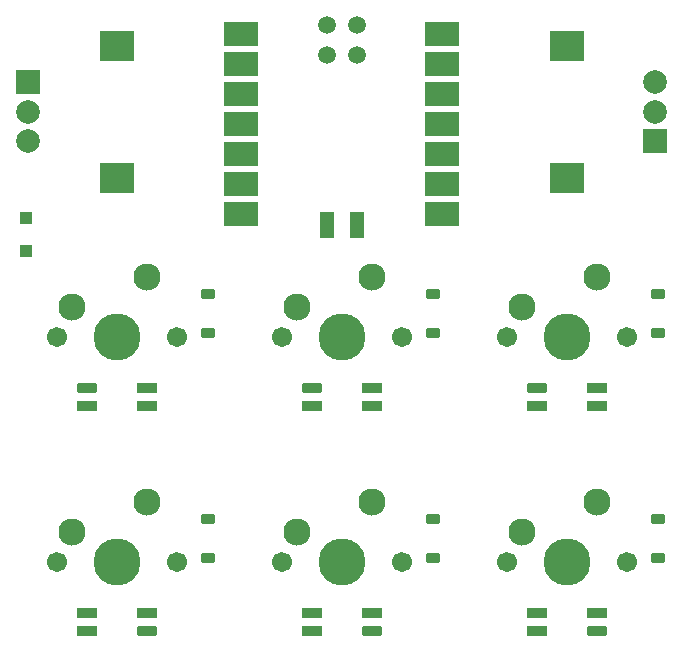
<source format=gbr>
%TF.GenerationSoftware,KiCad,Pcbnew,7.0.7*%
%TF.CreationDate,2023-09-20T23:35:26+09:00*%
%TF.ProjectId,Proto6,50726f74-6f36-42e6-9b69-6361645f7063,rev?*%
%TF.SameCoordinates,Original*%
%TF.FileFunction,Soldermask,Bot*%
%TF.FilePolarity,Negative*%
%FSLAX46Y46*%
G04 Gerber Fmt 4.6, Leading zero omitted, Abs format (unit mm)*
G04 Created by KiCad (PCBNEW 7.0.7) date 2023-09-20 23:35:26*
%MOMM*%
%LPD*%
G01*
G04 APERTURE LIST*
G04 Aperture macros list*
%AMRoundRect*
0 Rectangle with rounded corners*
0 $1 Rounding radius*
0 $2 $3 $4 $5 $6 $7 $8 $9 X,Y pos of 4 corners*
0 Add a 4 corners polygon primitive as box body*
4,1,4,$2,$3,$4,$5,$6,$7,$8,$9,$2,$3,0*
0 Add four circle primitives for the rounded corners*
1,1,$1+$1,$2,$3*
1,1,$1+$1,$4,$5*
1,1,$1+$1,$6,$7*
1,1,$1+$1,$8,$9*
0 Add four rect primitives between the rounded corners*
20,1,$1+$1,$2,$3,$4,$5,0*
20,1,$1+$1,$4,$5,$6,$7,0*
20,1,$1+$1,$6,$7,$8,$9,0*
20,1,$1+$1,$8,$9,$2,$3,0*%
G04 Aperture macros list end*
%ADD10R,2.000000X2.000000*%
%ADD11C,2.000000*%
%ADD12R,3.000000X2.500000*%
%ADD13C,1.701800*%
%ADD14C,3.987800*%
%ADD15C,2.300000*%
%ADD16R,1.700000X0.820000*%
%ADD17RoundRect,0.205000X-0.645000X-0.205000X0.645000X-0.205000X0.645000X0.205000X-0.645000X0.205000X0*%
%ADD18RoundRect,0.205000X0.645000X0.205000X-0.645000X0.205000X-0.645000X-0.205000X0.645000X-0.205000X0*%
%ADD19RoundRect,0.225000X0.375000X-0.225000X0.375000X0.225000X-0.375000X0.225000X-0.375000X-0.225000X0*%
%ADD20RoundRect,0.250000X0.300000X-0.300000X0.300000X0.300000X-0.300000X0.300000X-0.300000X-0.300000X0*%
%ADD21R,3.000000X2.000000*%
%ADD22C,1.500000*%
%ADD23R,1.300000X2.300000*%
G04 APERTURE END LIST*
D10*
%TO.C,RE1*%
X49650000Y-54650000D03*
D11*
X49650000Y-59650000D03*
X49650000Y-57150000D03*
D12*
X57150000Y-51550000D03*
X57150000Y-62750000D03*
%TD*%
D13*
%TO.C,SW5*%
X71120000Y-95250000D03*
D14*
X76200000Y-95250000D03*
D13*
X81280000Y-95250000D03*
D15*
X72390000Y-92710000D03*
X78740000Y-90170000D03*
%TD*%
D13*
%TO.C,SW6*%
X90170000Y-95250000D03*
D14*
X95250000Y-95250000D03*
D13*
X100330000Y-95250000D03*
D15*
X91440000Y-92710000D03*
X97790000Y-90170000D03*
%TD*%
D13*
%TO.C,SW4*%
X52070000Y-95250000D03*
D14*
X57150000Y-95250000D03*
D13*
X62230000Y-95250000D03*
D15*
X53340000Y-92710000D03*
X59690000Y-90170000D03*
%TD*%
D13*
%TO.C,SW1*%
X52070000Y-76200000D03*
D14*
X57150000Y-76200000D03*
D13*
X62230000Y-76200000D03*
D15*
X53340000Y-73660000D03*
X59690000Y-71120000D03*
%TD*%
D13*
%TO.C,SW2*%
X71120000Y-76200000D03*
D14*
X76200000Y-76200000D03*
D13*
X81280000Y-76200000D03*
D15*
X72390000Y-73660000D03*
X78740000Y-71120000D03*
%TD*%
D10*
%TO.C,RE2*%
X102750000Y-59650000D03*
D11*
X102750000Y-54650000D03*
X102750000Y-57150000D03*
D12*
X95250000Y-62750000D03*
X95250000Y-51550000D03*
%TD*%
D13*
%TO.C,SW3*%
X90170000Y-76200000D03*
D14*
X95250000Y-76200000D03*
D13*
X100330000Y-76200000D03*
D15*
X91440000Y-73660000D03*
X97790000Y-71120000D03*
%TD*%
D16*
%TO.C,LED5*%
X73650000Y-99580000D03*
X73650000Y-101080000D03*
D17*
X78750000Y-101080000D03*
D16*
X78750000Y-99580000D03*
%TD*%
%TO.C,LED2*%
X78750000Y-82030000D03*
X78750000Y-80530000D03*
D18*
X73650000Y-80530000D03*
D16*
X73650000Y-82030000D03*
%TD*%
%TO.C,LED6*%
X54600000Y-99580000D03*
X54600000Y-101080000D03*
D17*
X59700000Y-101080000D03*
D16*
X59700000Y-99580000D03*
%TD*%
D19*
%TO.C,D6*%
X103020000Y-94950000D03*
X103020000Y-91650000D03*
%TD*%
%TO.C,D4*%
X64920000Y-94950000D03*
X64920000Y-91650000D03*
%TD*%
D20*
%TO.C,D7*%
X49480000Y-68937500D03*
X49480000Y-66137500D03*
%TD*%
D16*
%TO.C,LED3*%
X97800000Y-82030000D03*
X97800000Y-80530000D03*
D18*
X92700000Y-80530000D03*
D16*
X92700000Y-82030000D03*
%TD*%
D19*
%TO.C,D3*%
X103020000Y-75900000D03*
X103020000Y-72600000D03*
%TD*%
D16*
%TO.C,LED4*%
X92700000Y-99580000D03*
X92700000Y-101080000D03*
D17*
X97800000Y-101080000D03*
D16*
X97800000Y-99580000D03*
%TD*%
D19*
%TO.C,D5*%
X83970000Y-94950000D03*
X83970000Y-91650000D03*
%TD*%
D21*
%TO.C,U1*%
X84700000Y-50530000D03*
X84700000Y-53070000D03*
X84700000Y-55610000D03*
X84700000Y-58150000D03*
X84700000Y-60690000D03*
X84700000Y-63230000D03*
X84700000Y-65770000D03*
X67700000Y-65770000D03*
X67700000Y-63230000D03*
X67700000Y-60690000D03*
X67700000Y-58150000D03*
X67700000Y-55610000D03*
X67700000Y-53070000D03*
X67700000Y-50530000D03*
D22*
X77470000Y-49760000D03*
X74930000Y-49760000D03*
X77470000Y-52300000D03*
X74930000Y-52300000D03*
D23*
X77470000Y-66750000D03*
X74930000Y-66750000D03*
%TD*%
D19*
%TO.C,D1*%
X64920000Y-75900000D03*
X64920000Y-72600000D03*
%TD*%
D16*
%TO.C,LED1*%
X59700000Y-82030000D03*
X59700000Y-80530000D03*
D18*
X54600000Y-80530000D03*
D16*
X54600000Y-82030000D03*
%TD*%
D19*
%TO.C,D2*%
X83970000Y-75900000D03*
X83970000Y-72600000D03*
%TD*%
M02*

</source>
